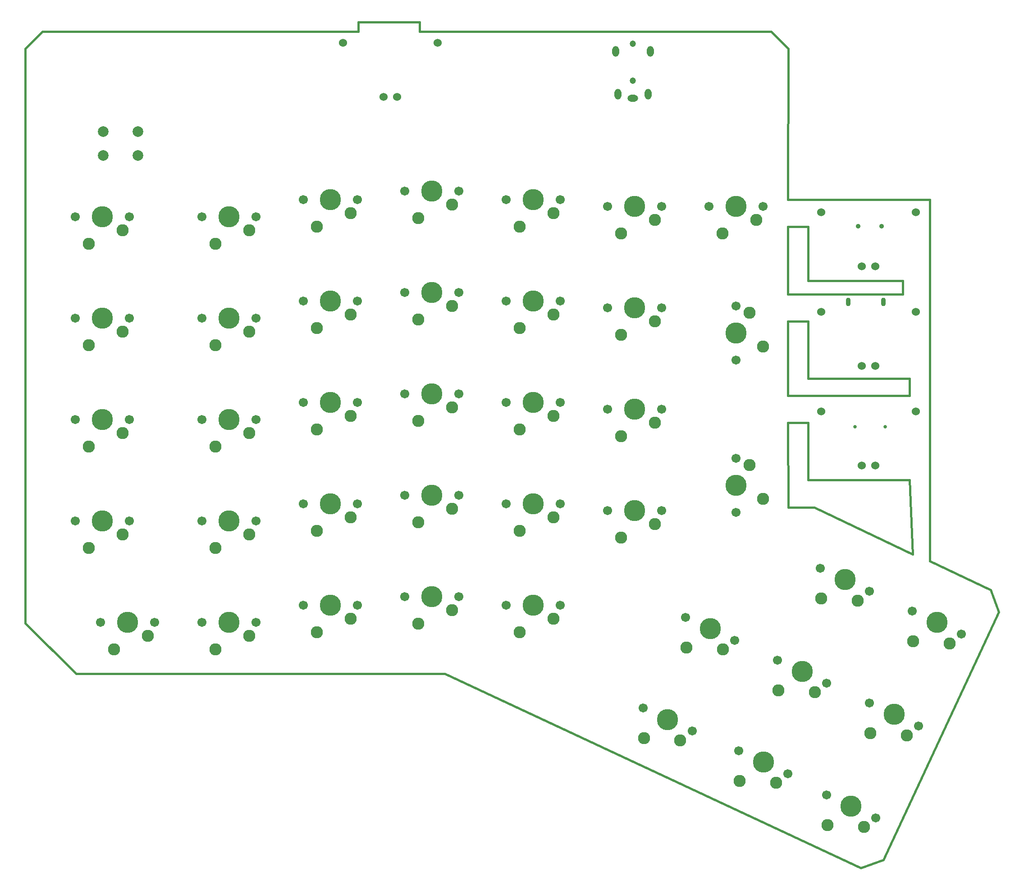
<source format=gbs>
%TF.GenerationSoftware,KiCad,Pcbnew,5.1.7*%
%TF.CreationDate,2020-10-15T21:30:19-07:00*%
%TF.ProjectId,ErgoDOX_left,4572676f-444f-4585-9f6c-6566742e6b69,2.0.0*%
%TF.SameCoordinates,Original*%
%TF.FileFunction,Soldermask,Bot*%
%TF.FilePolarity,Negative*%
%FSLAX46Y46*%
G04 Gerber Fmt 4.6, Leading zero omitted, Abs format (unit mm)*
G04 Created by KiCad (PCBNEW 5.1.7) date 2020-10-15 21:30:19*
%MOMM*%
%LPD*%
G01*
G04 APERTURE LIST*
%TA.AperFunction,Profile*%
%ADD10C,0.381000*%
%TD*%
%ADD11O,0.900000X1.600000*%
%ADD12O,0.914400X1.600000*%
%ADD13C,0.650000*%
%ADD14C,1.524000*%
%ADD15C,0.900000*%
%ADD16C,2.286000*%
%ADD17C,3.987800*%
%ADD18C,1.701800*%
%ADD19C,2.000000*%
%ADD20O,2.000000X1.300000*%
%ADD21O,1.300000X2.000000*%
%ADD22C,1.200000*%
G04 APERTURE END LIST*
D10*
X164846000Y-93218000D02*
X164941000Y-109166000D01*
X164846000Y-74168000D02*
X164846000Y-88138000D01*
X164846000Y-56388000D02*
X164846000Y-69088000D01*
X168656000Y-56388000D02*
X164846000Y-56388000D01*
X187706000Y-104013000D02*
X188341000Y-117983000D01*
X168656000Y-104013000D02*
X187706000Y-104013000D01*
X168656000Y-93218000D02*
X168656000Y-104013000D01*
X164846000Y-93218000D02*
X168656000Y-93218000D01*
X187706000Y-88138000D02*
X164846000Y-88138000D01*
X187706000Y-84963000D02*
X187706000Y-88138000D01*
X168656000Y-84963000D02*
X187706000Y-84963000D01*
X168656000Y-74168000D02*
X168656000Y-84963000D01*
X164846000Y-74168000D02*
X168656000Y-74168000D01*
X186436000Y-69088000D02*
X164846000Y-69088000D01*
X186436000Y-66548000D02*
X186436000Y-69088000D01*
X168656000Y-66548000D02*
X186436000Y-66548000D01*
X168656000Y-56388000D02*
X168656000Y-66548000D01*
X164846000Y-51308000D02*
X164941000Y-22933000D01*
X168656000Y-51308000D02*
X164846000Y-51308000D01*
X169843200Y-109166000D02*
X188341000Y-117983000D01*
X191516000Y-119253000D02*
X202934320Y-124596500D01*
X191516000Y-51308000D02*
X191516000Y-119253000D01*
X168656000Y-51308000D02*
X191516000Y-51308000D01*
X21634200Y-22933000D02*
X21634200Y-130883000D01*
X137431000Y-19758000D02*
X134031000Y-19758000D01*
X137431000Y-19758000D02*
X149675600Y-19758000D01*
X132505200Y-19758000D02*
X134031000Y-19758000D01*
X24809200Y-19758000D02*
X84143600Y-19758000D01*
X84143600Y-17980000D02*
X95649800Y-17980000D01*
X84143600Y-19758000D02*
X84143600Y-17980000D01*
X95649800Y-17980000D02*
X95649800Y-19758000D01*
X95649800Y-19758000D02*
X132505200Y-19758000D01*
X149675600Y-19758000D02*
X161740600Y-19758000D01*
X161740600Y-19758000D02*
X164941000Y-22933000D01*
X100399600Y-140408000D02*
X31159200Y-140408000D01*
X31159200Y-140408000D02*
X21634200Y-130883000D01*
X21634200Y-22933000D02*
X24809200Y-19758000D01*
X164941000Y-109166000D02*
X169843200Y-109166000D01*
X202934320Y-124596500D02*
X204471020Y-128815440D01*
X204471020Y-128815440D02*
X182787040Y-175317760D01*
X182787040Y-175317760D02*
X178568100Y-176851920D01*
X178568100Y-176851920D02*
X100399600Y-140408000D01*
D11*
%TO.C,J103*%
X176176000Y-70498000D03*
D12*
X182776000Y-70498000D03*
%TD*%
D13*
%TO.C,J101*%
X177436000Y-93998000D03*
X183116000Y-93998000D03*
%TD*%
D14*
%TO.C,J203*%
X188896000Y-72418000D03*
X171116000Y-72418000D03*
X181276000Y-82578000D03*
X178736000Y-82578000D03*
%TD*%
%TO.C,J202*%
X188896000Y-53688000D03*
X171116000Y-53688000D03*
X181276000Y-63848000D03*
X178736000Y-63848000D03*
%TD*%
%TO.C,J201*%
X188896000Y-91148000D03*
X171116000Y-91148000D03*
X181276000Y-101308000D03*
X178736000Y-101308000D03*
%TD*%
%TO.C,J2*%
X99056000Y-21878000D03*
X81276000Y-21878000D03*
X91436000Y-32038000D03*
X88896000Y-32038000D03*
%TD*%
D15*
%TO.C,J102*%
X178063500Y-56338000D03*
X182463500Y-56338000D03*
%TD*%
D16*
%TO.C,SW1:9*%
X114522000Y-132578000D03*
X120872000Y-130038000D03*
D17*
X117062000Y-127498000D03*
D18*
X122142000Y-127498000D03*
X111982000Y-127498000D03*
%TD*%
D16*
%TO.C,SW5:13*%
X33559500Y-59585200D03*
X39909500Y-57045200D03*
D17*
X36099500Y-54505200D03*
D18*
X41179500Y-54505200D03*
X31019500Y-54505200D03*
%TD*%
D16*
%TO.C,SX1:7*%
X163087957Y-143514413D03*
X169916462Y-143896017D03*
D17*
X167536880Y-139983820D03*
D18*
X172140924Y-142130721D03*
X162932836Y-137836919D03*
%TD*%
D16*
%TO.C,SW3:13*%
X33559500Y-97682660D03*
X39909500Y-95142660D03*
D17*
X36099500Y-92602660D03*
D18*
X41179500Y-92602660D03*
X31019500Y-92602660D03*
%TD*%
D16*
%TO.C,SW2:9*%
X114522000Y-113557660D03*
X120872000Y-111017660D03*
D17*
X117062000Y-108477660D03*
D18*
X122142000Y-108477660D03*
X111982000Y-108477660D03*
%TD*%
D16*
%TO.C,SW2:10*%
X95472000Y-111960000D03*
X101822000Y-109420000D03*
D17*
X98012000Y-106880000D03*
D18*
X103092000Y-106880000D03*
X92932000Y-106880000D03*
%TD*%
D16*
%TO.C,SW3:9*%
X114522000Y-94507660D03*
X120872000Y-91967660D03*
D17*
X117062000Y-89427660D03*
D18*
X122142000Y-89427660D03*
X111982000Y-89427660D03*
%TD*%
D16*
%TO.C,SW2:11*%
X76422000Y-113557660D03*
X82772000Y-111017660D03*
D17*
X78962000Y-108477660D03*
D18*
X84042000Y-108477660D03*
X73882000Y-108477660D03*
%TD*%
D16*
%TO.C,SW3:10*%
X95472000Y-92910000D03*
X101822000Y-90370000D03*
D17*
X98012000Y-87830000D03*
D18*
X103092000Y-87830000D03*
X92932000Y-87830000D03*
%TD*%
D16*
%TO.C,SW3:11*%
X76422000Y-94507660D03*
X82772000Y-91967660D03*
D17*
X78962000Y-89427660D03*
D18*
X84042000Y-89427660D03*
X73882000Y-89427660D03*
%TD*%
D16*
%TO.C,SW1:11*%
X76422000Y-132578000D03*
X82772000Y-130038000D03*
D17*
X78962000Y-127498000D03*
D18*
X84042000Y-127498000D03*
X73882000Y-127498000D03*
%TD*%
D16*
%TO.C,SW1:10*%
X95472000Y-131010000D03*
X101822000Y-128470000D03*
D17*
X98012000Y-125930000D03*
D18*
X103092000Y-125930000D03*
X92932000Y-125930000D03*
%TD*%
D16*
%TO.C,SX1:8*%
X145823577Y-135462613D03*
X152652082Y-135844217D03*
D17*
X150272500Y-131932020D03*
D18*
X154876544Y-134078921D03*
X145668456Y-129785119D03*
%TD*%
D16*
%TO.C,SW5:12*%
X57372000Y-59585200D03*
X63722000Y-57045200D03*
D17*
X59912000Y-54505200D03*
D18*
X64992000Y-54505200D03*
X54832000Y-54505200D03*
%TD*%
D16*
%TO.C,SW5:11*%
X76422000Y-56407660D03*
X82772000Y-53867660D03*
D17*
X78962000Y-51327660D03*
D18*
X84042000Y-51327660D03*
X73882000Y-51327660D03*
%TD*%
D16*
%TO.C,SW5:10*%
X95472000Y-54810000D03*
X101822000Y-52270000D03*
D17*
X98012000Y-49730000D03*
D18*
X103092000Y-49730000D03*
X92932000Y-49730000D03*
%TD*%
D16*
%TO.C,SW5:9*%
X114522000Y-56407660D03*
X120872000Y-53867660D03*
D17*
X117062000Y-51327660D03*
D18*
X122142000Y-51327660D03*
X111982000Y-51327660D03*
%TD*%
D16*
%TO.C,SW5:8*%
X133572000Y-57680200D03*
X139922000Y-55140200D03*
D17*
X136112000Y-52600200D03*
D18*
X141192000Y-52600200D03*
X131032000Y-52600200D03*
%TD*%
D16*
%TO.C,SW5:7*%
X152622000Y-57680200D03*
X158972000Y-55140200D03*
D17*
X155162000Y-52600200D03*
D18*
X160242000Y-52600200D03*
X150082000Y-52600200D03*
%TD*%
D16*
%TO.C,SW4:13*%
X33559500Y-78632660D03*
X39909500Y-76092660D03*
D17*
X36099500Y-73552660D03*
D18*
X41179500Y-73552660D03*
X31019500Y-73552660D03*
%TD*%
D16*
%TO.C,SW4:12*%
X57372000Y-78632660D03*
X63722000Y-76092660D03*
D17*
X59912000Y-73552660D03*
D18*
X64992000Y-73552660D03*
X54832000Y-73552660D03*
%TD*%
D16*
%TO.C,SW4:11*%
X76422000Y-75457660D03*
X82772000Y-72917660D03*
D17*
X78962000Y-70377660D03*
D18*
X84042000Y-70377660D03*
X73882000Y-70377660D03*
%TD*%
D16*
%TO.C,SW4:10*%
X95472000Y-73860000D03*
X101822000Y-71320000D03*
D17*
X98012000Y-68780000D03*
D18*
X103092000Y-68780000D03*
X92932000Y-68780000D03*
%TD*%
D16*
%TO.C,SW4:9*%
X114522000Y-75457660D03*
X120872000Y-72917660D03*
D17*
X117062000Y-70377660D03*
D18*
X122142000Y-70377660D03*
X111982000Y-70377660D03*
%TD*%
D16*
%TO.C,SW4:8*%
X133572000Y-76727660D03*
X139922000Y-74187660D03*
D17*
X136112000Y-71647660D03*
D18*
X141192000Y-71647660D03*
X131032000Y-71647660D03*
%TD*%
D16*
%TO.C,SW4:7*%
X160242000Y-78950160D03*
X157702000Y-72600160D03*
D17*
X155162000Y-76410160D03*
D18*
X155162000Y-71330160D03*
X155162000Y-81490160D03*
%TD*%
D16*
%TO.C,SW3:12*%
X57372000Y-97682660D03*
X63722000Y-95142660D03*
D17*
X59912000Y-92602660D03*
D18*
X64992000Y-92602660D03*
X54832000Y-92602660D03*
%TD*%
D16*
%TO.C,SW3:8*%
X133572000Y-95777660D03*
X139922000Y-93237660D03*
D17*
X136112000Y-90697660D03*
D18*
X141192000Y-90697660D03*
X131032000Y-90697660D03*
%TD*%
D16*
%TO.C,SW2:13*%
X33559500Y-116732660D03*
X39909500Y-114192660D03*
D17*
X36099500Y-111652660D03*
D18*
X41179500Y-111652660D03*
X31019500Y-111652660D03*
%TD*%
D16*
%TO.C,SW2:12*%
X57372000Y-116732660D03*
X63722000Y-114192660D03*
D17*
X59912000Y-111652660D03*
D18*
X64992000Y-111652660D03*
X54832000Y-111652660D03*
%TD*%
D16*
%TO.C,SW2:8*%
X133572000Y-114827660D03*
X139922000Y-112287660D03*
D17*
X136112000Y-109747660D03*
D18*
X141192000Y-109747660D03*
X131032000Y-109747660D03*
%TD*%
D16*
%TO.C,SW2:7*%
X160242000Y-107525160D03*
X157702000Y-101175160D03*
D17*
X155162000Y-104985160D03*
D18*
X155162000Y-99905160D03*
X155162000Y-110065160D03*
%TD*%
D16*
%TO.C,SW1:13*%
X38322000Y-135782660D03*
X44672000Y-133242660D03*
D17*
X40862000Y-130702660D03*
D18*
X45942000Y-130702660D03*
X35782000Y-130702660D03*
%TD*%
D16*
%TO.C,SW1:12*%
X57372000Y-135782660D03*
X63722000Y-133242660D03*
D17*
X59912000Y-130702660D03*
D18*
X64992000Y-130702660D03*
X54832000Y-130702660D03*
%TD*%
D16*
%TO.C,SW0:12*%
X172303077Y-168830593D03*
X179131582Y-169212197D03*
D17*
X176752000Y-165300000D03*
D18*
X181356044Y-167446901D03*
X172147956Y-163153099D03*
%TD*%
D16*
%TO.C,SW0:11*%
X155827077Y-160528593D03*
X162655582Y-160910197D03*
D17*
X160276000Y-156998000D03*
D18*
X164880044Y-159144901D03*
X155671956Y-154851099D03*
%TD*%
D16*
%TO.C,SW0:10*%
X137827077Y-152528593D03*
X144655582Y-152910197D03*
D17*
X142276000Y-148998000D03*
D18*
X146880044Y-151144901D03*
X137671956Y-146851099D03*
%TD*%
D16*
%TO.C,SW0:9*%
X180354877Y-151563673D03*
X187183382Y-151945277D03*
D17*
X184803800Y-148033080D03*
D18*
X189407844Y-150179981D03*
X180199756Y-145886179D03*
%TD*%
D16*
%TO.C,SW0:8*%
X171139757Y-126250033D03*
X177968262Y-126631637D03*
D17*
X175588680Y-122719440D03*
D18*
X180192724Y-124866341D03*
X170984636Y-120572539D03*
%TD*%
D16*
%TO.C,SW0:7*%
X188404137Y-134299293D03*
X195232642Y-134680897D03*
D17*
X192853060Y-130768700D03*
D18*
X197457104Y-132915601D03*
X188249016Y-128621799D03*
%TD*%
D19*
%TO.C,SW1*%
X36276000Y-42998000D03*
X36276000Y-38498000D03*
X42776000Y-42998000D03*
X42776000Y-38498000D03*
%TD*%
D20*
%TO.C,J1*%
X135776000Y-32298000D03*
D21*
X138626000Y-31498000D03*
X132926000Y-31498000D03*
X132476000Y-23498000D03*
D22*
X135776000Y-28998000D03*
X135776000Y-21998000D03*
D21*
X139076000Y-23498000D03*
%TD*%
M02*

</source>
